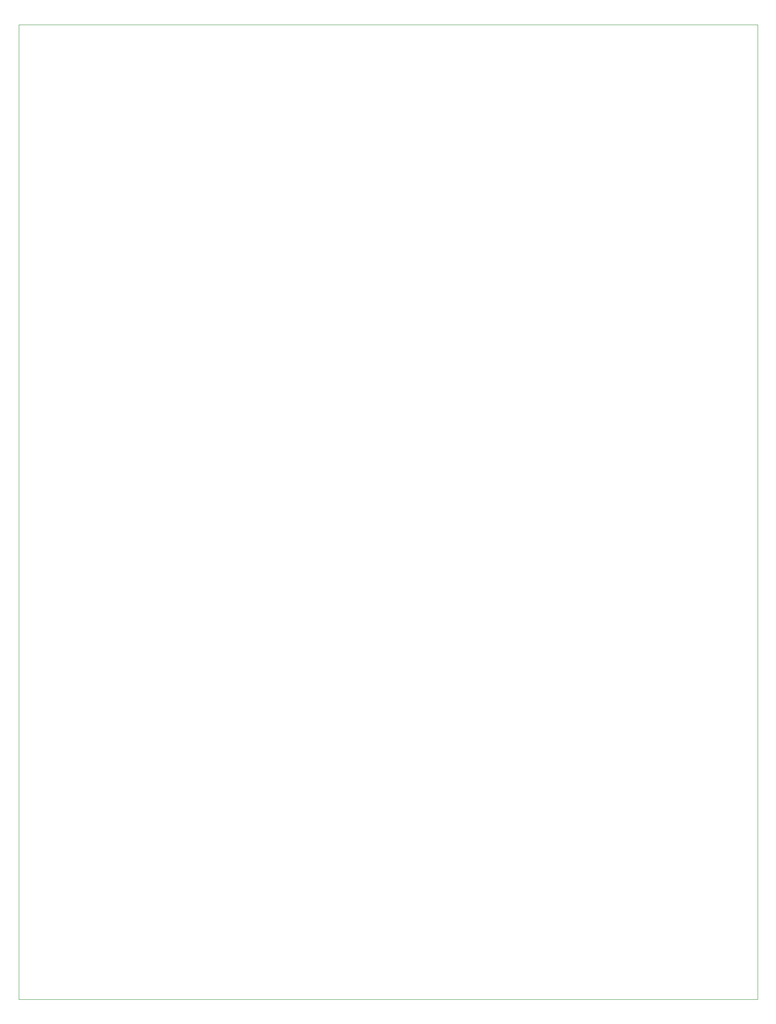
<source format=gbr>
%TF.GenerationSoftware,KiCad,Pcbnew,(5.1.9)-1*%
%TF.CreationDate,2021-05-23T14:49:51+02:00*%
%TF.ProjectId,Engine,456e6769-6e65-42e6-9b69-6361645f7063,v1.0*%
%TF.SameCoordinates,Original*%
%TF.FileFunction,Profile,NP*%
%FSLAX46Y46*%
G04 Gerber Fmt 4.6, Leading zero omitted, Abs format (unit mm)*
G04 Created by KiCad (PCBNEW (5.1.9)-1) date 2021-05-23 14:49:51*
%MOMM*%
%LPD*%
G01*
G04 APERTURE LIST*
%TA.AperFunction,Profile*%
%ADD10C,0.050000*%
%TD*%
G04 APERTURE END LIST*
D10*
X165100000Y4445000D02*
X165100000Y0D01*
X15240000Y4445000D02*
X15240000Y0D01*
X15240000Y0D02*
X15240000Y-191135000D01*
X165100000Y4445000D02*
X15240000Y4445000D01*
X165100000Y-191770000D02*
X165100000Y0D01*
X15240000Y-193040000D02*
X15240000Y-191135000D01*
X165100000Y-193040000D02*
X165100000Y-191770000D01*
X15240000Y-193040000D02*
X165100000Y-193040000D01*
M02*

</source>
